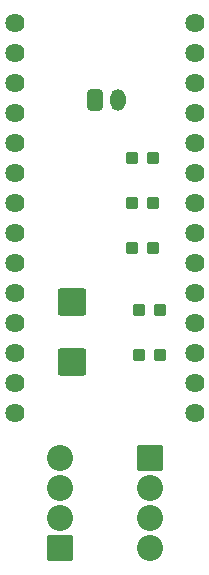
<source format=gts>
G04 %TF.GenerationSoftware,KiCad,Pcbnew,(6.0.7)@% jlc*
G04 %TF.CreationDate,2022-08-02T21:03:16-07:00@% jlc*
G04 %TF.ProjectId,Bike Flamingo for Itsy Bitsy 5V 16MHz_ USB Power Rev 1,42696b65-2046-46c6-916d-696e676f2066,rev?@% jlc*
G04 %TF.SameCoordinates,Original@% jlc*
G04 %TF.FileFunction,Soldermask,Top@% jlc*
G04 %TF.FilePolarity,Negative@% jlc*
%FSLAX46Y46*%
G04 Gerber Fmt 4.6, Leading zero omitted, Abs format (unit mm)*
G04 Created by KiCad (PCBNEW (6.0.7)) date 2022-08-02 21:03:16*
%MOMM*%
%LPD*%
G01*
G04 APERTURE LIST*
G04 Aperture macros list*
%AMRoundRect*
0 Rectangle with rounded corners*
0 $1 Rounding radius*
0 $2 $3 $4 $5 $6 $7 $8 $9 X,Y pos of 4 corners*
0 Add a 4 corners polygon primitive as box body*
4,1,4,$2,$3,$4,$5,$6,$7,$8,$9,$2,$3,0*
0 Add four circle primitives for the rounded corners*
1,1,$1+$1,$2,$3*
1,1,$1+$1,$4,$5*
1,1,$1+$1,$6,$7*
1,1,$1+$1,$8,$9*
0 Add four rect primitives between the rounded corners*
20,1,$1+$1,$2,$3,$4,$5,0*
20,1,$1+$1,$4,$5,$6,$7,0*
20,1,$1+$1,$6,$7,$8,$9,0*
20,1,$1+$1,$8,$9,$2,$3,0*%
G04 Aperture macros list end*
%ADD10C,1.625600*%
%ADD11RoundRect,0.050800X-1.050000X1.050000X-1.050000X-1.050000X1.050000X-1.050000X1.050000X1.050000X0*%
%ADD12C,2.201600*%
%ADD13RoundRect,0.300800X0.925000X-0.875000X0.925000X0.875000X-0.925000X0.875000X-0.925000X-0.875000X0*%
%ADD14RoundRect,0.288300X-0.250000X-0.237500X0.250000X-0.237500X0.250000X0.237500X-0.250000X0.237500X0*%
%ADD15RoundRect,0.050800X1.050000X-1.050000X1.050000X1.050000X-1.050000X1.050000X-1.050000X-1.050000X0*%
%ADD16RoundRect,0.288300X0.250000X0.237500X-0.250000X0.237500X-0.250000X-0.237500X0.250000X-0.237500X0*%
%ADD17RoundRect,0.300800X-0.350000X-0.625000X0.350000X-0.625000X0.350000X0.625000X-0.350000X0.625000X0*%
%ADD18O,1.301600X1.851600*%
G04 APERTURE END LIST*
D10*
G04 %TO.C,U1@% jlc*
X133350000Y-85090000D03*
X133350000Y-87630000D03*
X133350000Y-90170000D03*
X133350000Y-92710000D03*
X133350000Y-95250000D03*
X133350000Y-97790000D03*
X133350000Y-100330000D03*
X133350000Y-102870000D03*
X133350000Y-105410000D03*
X133350000Y-107950000D03*
X133350000Y-110490000D03*
X133350000Y-113030000D03*
X133350000Y-115570000D03*
X133350000Y-118110000D03*
X118110000Y-118110000D03*
X118110000Y-115570000D03*
X118110000Y-113030000D03*
X118110000Y-110490000D03*
X118110000Y-107950000D03*
X118110000Y-105410000D03*
X118110000Y-102870000D03*
X118110000Y-100330000D03*
X118110000Y-97790000D03*
X118110000Y-95250000D03*
X118110000Y-92710000D03*
X118110000Y-90170000D03*
X118110000Y-87630000D03*
X118110000Y-85090000D03*
G04 %TD@% jlc*
D11*
G04 %TO.C,J3@% jlc*
X129540000Y-121915000D03*
D12*
X129540000Y-124455000D03*
X129540000Y-126995000D03*
X129540000Y-129535000D03*
G04 %TD@% jlc*
D13*
G04 %TO.C,C1@% jlc*
X122936000Y-113792000D03*
X122936000Y-108692000D03*
G04 %TD@% jlc*
D14*
G04 %TO.C,R2@% jlc*
X128025500Y-100330000D03*
X129850500Y-100330000D03*
G04 %TD@% jlc*
D15*
G04 %TO.C,J2@% jlc*
X121920000Y-129540000D03*
D12*
X121920000Y-127000000D03*
X121920000Y-124460000D03*
X121920000Y-121920000D03*
G04 %TD@% jlc*
D14*
G04 %TO.C,R3@% jlc*
X128025500Y-104140000D03*
X129850500Y-104140000D03*
G04 %TD@% jlc*
G04 %TO.C,R1@% jlc*
X128025500Y-96520000D03*
X129850500Y-96520000D03*
G04 %TD@% jlc*
D16*
G04 %TO.C,R4@% jlc*
X130452500Y-113136000D03*
X128627500Y-113136000D03*
G04 %TD@% jlc*
G04 %TO.C,R5@% jlc*
X130452500Y-109326000D03*
X128627500Y-109326000D03*
G04 %TD@% jlc*
D17*
G04 %TO.C,J1@% jlc*
X124906000Y-91546000D03*
D18*
X126906000Y-91546000D03*
G04 %TD@% jlc*
M02*

</source>
